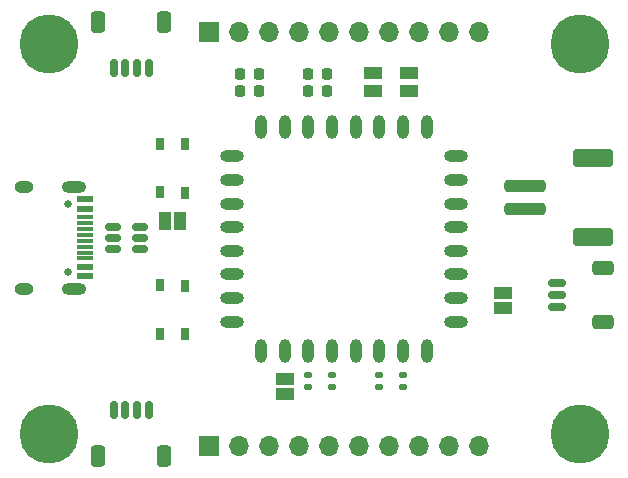
<source format=gbr>
%TF.GenerationSoftware,KiCad,Pcbnew,8.0.3-8.0.3-0~ubuntu23.10.1*%
%TF.CreationDate,2024-10-02T15:45:30-04:00*%
%TF.ProjectId,nPM1300-Stamp-Carrier,6e504d31-3330-4302-9d53-74616d702d43,rev?*%
%TF.SameCoordinates,Original*%
%TF.FileFunction,Soldermask,Top*%
%TF.FilePolarity,Negative*%
%FSLAX46Y46*%
G04 Gerber Fmt 4.6, Leading zero omitted, Abs format (unit mm)*
G04 Created by KiCad (PCBNEW 8.0.3-8.0.3-0~ubuntu23.10.1) date 2024-10-02 15:45:30*
%MOMM*%
%LPD*%
G01*
G04 APERTURE LIST*
G04 Aperture macros list*
%AMRoundRect*
0 Rectangle with rounded corners*
0 $1 Rounding radius*
0 $2 $3 $4 $5 $6 $7 $8 $9 X,Y pos of 4 corners*
0 Add a 4 corners polygon primitive as box body*
4,1,4,$2,$3,$4,$5,$6,$7,$8,$9,$2,$3,0*
0 Add four circle primitives for the rounded corners*
1,1,$1+$1,$2,$3*
1,1,$1+$1,$4,$5*
1,1,$1+$1,$6,$7*
1,1,$1+$1,$8,$9*
0 Add four rect primitives between the rounded corners*
20,1,$1+$1,$2,$3,$4,$5,0*
20,1,$1+$1,$4,$5,$6,$7,0*
20,1,$1+$1,$6,$7,$8,$9,0*
20,1,$1+$1,$8,$9,$2,$3,0*%
G04 Aperture macros list end*
%ADD10C,2.900000*%
%ADD11C,5.000000*%
%ADD12RoundRect,0.150000X0.150000X0.625000X-0.150000X0.625000X-0.150000X-0.625000X0.150000X-0.625000X0*%
%ADD13RoundRect,0.250000X0.350000X0.650000X-0.350000X0.650000X-0.350000X-0.650000X0.350000X-0.650000X0*%
%ADD14R,1.500000X1.000000*%
%ADD15RoundRect,0.135000X-0.185000X0.135000X-0.185000X-0.135000X0.185000X-0.135000X0.185000X0.135000X0*%
%ADD16RoundRect,0.225000X-0.225000X-0.250000X0.225000X-0.250000X0.225000X0.250000X-0.225000X0.250000X0*%
%ADD17RoundRect,0.150000X0.625000X-0.150000X0.625000X0.150000X-0.625000X0.150000X-0.625000X-0.150000X0*%
%ADD18RoundRect,0.250000X0.650000X-0.350000X0.650000X0.350000X-0.650000X0.350000X-0.650000X-0.350000X0*%
%ADD19R,1.000000X1.500000*%
%ADD20RoundRect,0.150000X-0.512500X-0.150000X0.512500X-0.150000X0.512500X0.150000X-0.512500X0.150000X0*%
%ADD21RoundRect,0.135000X0.185000X-0.135000X0.185000X0.135000X-0.185000X0.135000X-0.185000X-0.135000X0*%
%ADD22R,0.650000X1.050000*%
%ADD23RoundRect,0.225000X0.225000X0.250000X-0.225000X0.250000X-0.225000X-0.250000X0.225000X-0.250000X0*%
%ADD24O,2.000000X1.000000*%
%ADD25O,1.000000X2.000000*%
%ADD26RoundRect,0.150000X-0.150000X-0.625000X0.150000X-0.625000X0.150000X0.625000X-0.150000X0.625000X0*%
%ADD27RoundRect,0.250000X-0.350000X-0.650000X0.350000X-0.650000X0.350000X0.650000X-0.350000X0.650000X0*%
%ADD28R,1.500000X1.100000*%
%ADD29C,0.650000*%
%ADD30R,1.450000X0.600000*%
%ADD31R,1.450000X0.300000*%
%ADD32O,2.100000X1.000000*%
%ADD33O,1.600000X1.000000*%
%ADD34RoundRect,0.250000X1.500000X-0.250000X1.500000X0.250000X-1.500000X0.250000X-1.500000X-0.250000X0*%
%ADD35RoundRect,0.250001X1.449999X-0.499999X1.449999X0.499999X-1.449999X0.499999X-1.449999X-0.499999X0*%
%ADD36R,1.700000X1.700000*%
%ADD37O,1.700000X1.700000*%
G04 APERTURE END LIST*
D10*
%TO.C,H4*%
X179000000Y-119500000D03*
D11*
X179000000Y-119500000D03*
%TD*%
D12*
%TO.C,J3*%
X142500000Y-88500000D03*
X141500000Y-88500000D03*
X140500000Y-88500000D03*
X139500000Y-88500000D03*
D13*
X143800000Y-84625000D03*
X138200000Y-84625000D03*
%TD*%
D14*
%TO.C,JP4*%
X154000000Y-114850000D03*
X154000000Y-116150000D03*
%TD*%
D15*
%TO.C,R1*%
X164000000Y-114490000D03*
X164000000Y-115510000D03*
%TD*%
D16*
%TO.C,C2*%
X156000000Y-89000000D03*
X157550000Y-89000000D03*
%TD*%
D17*
%TO.C,J5*%
X177025000Y-108725000D03*
X177025000Y-107725000D03*
X177025000Y-106725000D03*
D18*
X180900000Y-110025000D03*
X180900000Y-105425000D03*
%TD*%
D19*
%TO.C,JP5*%
X143850000Y-101500000D03*
X145150000Y-101500000D03*
%TD*%
D20*
%TO.C,U3*%
X139462500Y-101950000D03*
X139462500Y-102900000D03*
X139462500Y-103850000D03*
X141737500Y-103850000D03*
X141737500Y-102900000D03*
X141737500Y-101950000D03*
%TD*%
D21*
%TO.C,R4*%
X158000000Y-115510000D03*
X158000000Y-114490000D03*
%TD*%
D22*
%TO.C,SW1*%
X143425000Y-111075000D03*
X143425000Y-106925000D03*
X145575000Y-111075000D03*
X145575000Y-106950000D03*
%TD*%
D15*
%TO.C,R2*%
X162000000Y-114490000D03*
X162000000Y-115510000D03*
%TD*%
D23*
%TO.C,C3*%
X151775000Y-89000000D03*
X150225000Y-89000000D03*
%TD*%
%TO.C,C4*%
X151775000Y-90500000D03*
X150225000Y-90500000D03*
%TD*%
D21*
%TO.C,R3*%
X156000000Y-115510000D03*
X156000000Y-114490000D03*
%TD*%
D24*
%TO.C,U1*%
X149500000Y-96000000D03*
X149500000Y-98000000D03*
X149500000Y-100000000D03*
X149500000Y-102000000D03*
X149500000Y-104000000D03*
X149500000Y-106000000D03*
X149500000Y-108000000D03*
X149500000Y-110000000D03*
D25*
X152000000Y-112500000D03*
X154000000Y-112500000D03*
X156000000Y-112500000D03*
X158000000Y-112500000D03*
X160000000Y-112500000D03*
X162000000Y-112500000D03*
X164000000Y-112500000D03*
X166000000Y-112500000D03*
D24*
X168500000Y-110000000D03*
X168500000Y-108000000D03*
X168500000Y-106000000D03*
X168500000Y-104000000D03*
X168500000Y-102000000D03*
X168500000Y-100000000D03*
X168500000Y-98000000D03*
X168500000Y-96000000D03*
D25*
X166000000Y-93500000D03*
X164000000Y-93500000D03*
X162000000Y-93500000D03*
X160000000Y-93500000D03*
X158000000Y-93500000D03*
X156000000Y-93500000D03*
X154000000Y-93500000D03*
X152000000Y-93500000D03*
%TD*%
D26*
%TO.C,J2*%
X139500000Y-117500000D03*
X140500000Y-117500000D03*
X141500000Y-117500000D03*
X142500000Y-117500000D03*
D27*
X138200000Y-121375000D03*
X143800000Y-121375000D03*
%TD*%
D10*
%TO.C,H3*%
X179000000Y-86500000D03*
D11*
X179000000Y-86500000D03*
%TD*%
D28*
%TO.C,D1*%
X164500000Y-90450000D03*
X161500000Y-90450000D03*
X161500000Y-88950000D03*
X164500000Y-88950000D03*
%TD*%
D14*
%TO.C,JP3*%
X172490000Y-108840000D03*
X172490000Y-107540000D03*
%TD*%
D29*
%TO.C,J1*%
X135600000Y-100010000D03*
X135600000Y-105790000D03*
D30*
X137045000Y-99650000D03*
X137045000Y-100450000D03*
D31*
X137045000Y-101650000D03*
X137045000Y-102650000D03*
X137045000Y-103150000D03*
X137045000Y-104150000D03*
D30*
X137045000Y-105350000D03*
X137045000Y-106150000D03*
X137045000Y-106150000D03*
X137045000Y-105350000D03*
D31*
X137045000Y-104650000D03*
X137045000Y-103650000D03*
X137045000Y-102150000D03*
X137045000Y-101150000D03*
D30*
X137045000Y-100450000D03*
X137045000Y-99650000D03*
D32*
X136130000Y-98580000D03*
D33*
X131950000Y-98580000D03*
D32*
X136130000Y-107220000D03*
D33*
X131950000Y-107220000D03*
%TD*%
D34*
%TO.C,J4*%
X174350000Y-100475000D03*
X174350000Y-98475000D03*
D35*
X180100000Y-102825000D03*
X180100000Y-96125000D03*
%TD*%
D10*
%TO.C,H2*%
X134000000Y-119500000D03*
D11*
X134000000Y-119500000D03*
%TD*%
D10*
%TO.C,H1*%
X134000000Y-86500000D03*
D11*
X134000000Y-86500000D03*
%TD*%
D16*
%TO.C,C1*%
X156000000Y-90500000D03*
X157550000Y-90500000D03*
%TD*%
D22*
%TO.C,SW2*%
X145575000Y-94925000D03*
X145575000Y-99075000D03*
X143425000Y-94925000D03*
X143425000Y-99050000D03*
%TD*%
D36*
%TO.C,J8*%
X147575000Y-85500000D03*
D37*
X150115000Y-85500000D03*
X152655000Y-85500000D03*
X155195000Y-85500000D03*
X157735000Y-85500000D03*
X160275000Y-85500000D03*
X162815000Y-85500000D03*
X165355000Y-85500000D03*
X167895000Y-85500000D03*
X170435000Y-85500000D03*
%TD*%
D36*
%TO.C,J6*%
X147575000Y-120500000D03*
D37*
X150115000Y-120500000D03*
X152655000Y-120500000D03*
X155195000Y-120500000D03*
X157735000Y-120500000D03*
X160275000Y-120500000D03*
X162815000Y-120500000D03*
X165355000Y-120500000D03*
X167895000Y-120500000D03*
X170435000Y-120500000D03*
%TD*%
M02*

</source>
